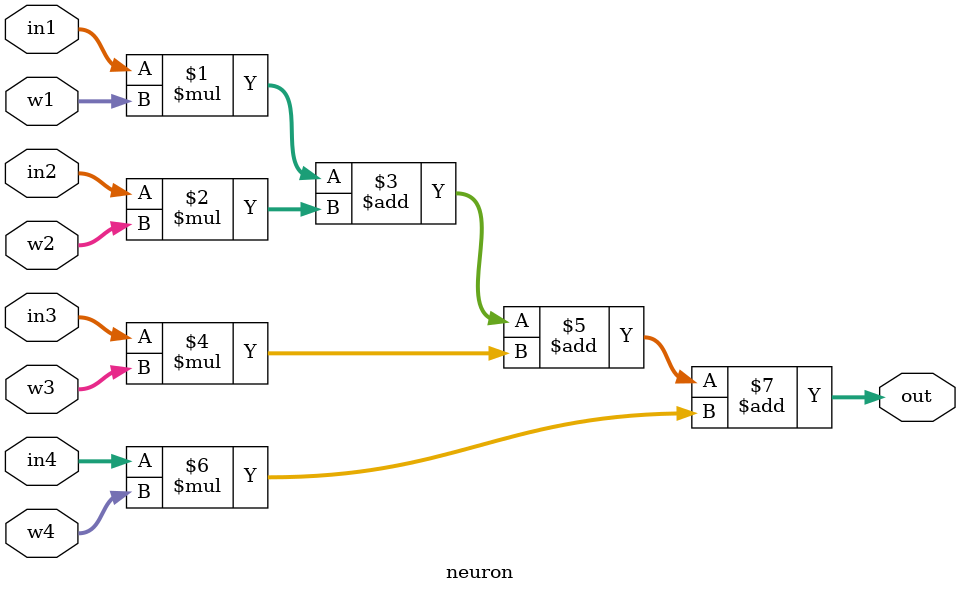
<source format=sv>
module neuron(in1, in2, in3, in4, w1, w2, w3, w4, out);

    parameter input_size = 5;
    parameter output_size = 10;
    input signed [4:0] w1, w2, w3, w4;
    input signed [input_size - 1: 0] in1, in2, in3, in4;
    output signed [output_size - 1 : 0] out;

    assign out = in1*w1 + in2*w2 + in3*w3 + in4*w4;

endmodule
</source>
